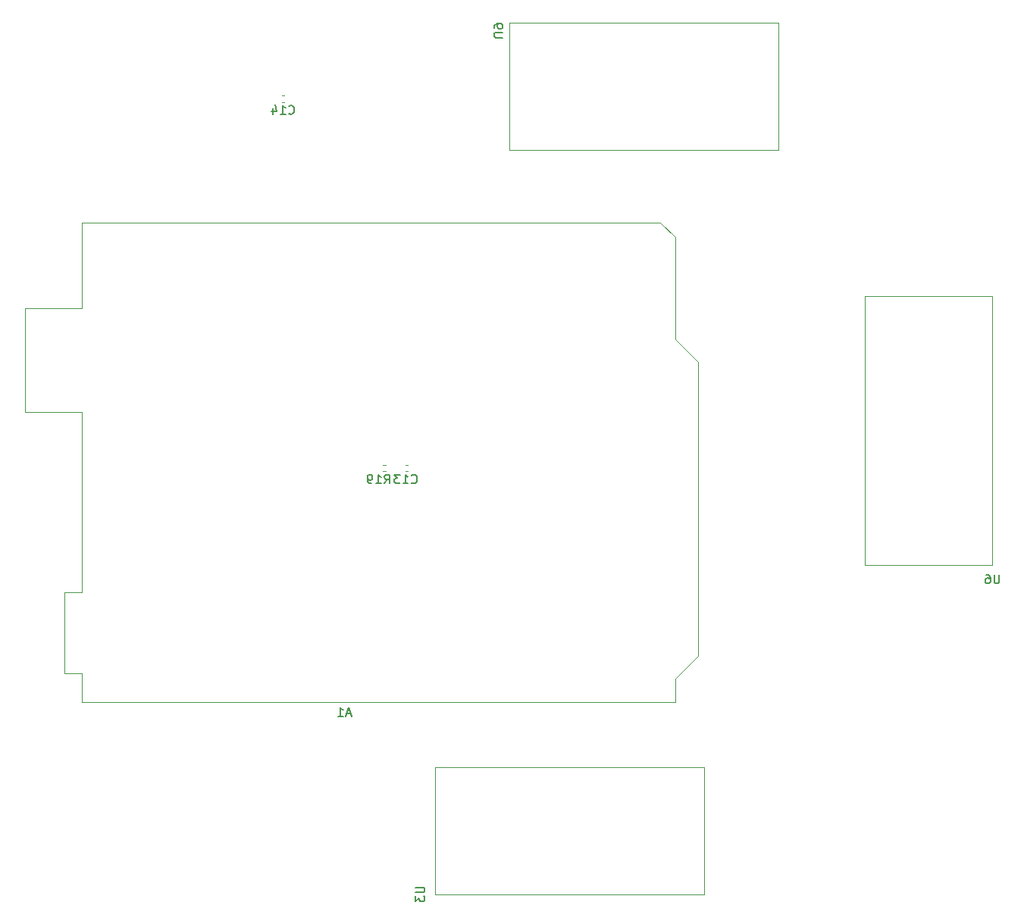
<source format=gbo>
%TF.GenerationSoftware,KiCad,Pcbnew,(5.1.9)-1*%
%TF.CreationDate,2022-08-01T09:46:19-03:00*%
%TF.ProjectId,PonteH,506f6e74-6548-42e6-9b69-6361645f7063,rev?*%
%TF.SameCoordinates,Original*%
%TF.FileFunction,Legend,Bot*%
%TF.FilePolarity,Positive*%
%FSLAX46Y46*%
G04 Gerber Fmt 4.6, Leading zero omitted, Abs format (unit mm)*
G04 Created by KiCad (PCBNEW (5.1.9)-1) date 2022-08-01 09:46:19*
%MOMM*%
%LPD*%
G01*
G04 APERTURE LIST*
%ADD10C,0.120000*%
%ADD11C,0.150000*%
G04 APERTURE END LIST*
D10*
%TO.C,R19*%
X76667379Y-93090000D02*
X77002621Y-93090000D01*
X76667379Y-92330000D02*
X77002621Y-92330000D01*
%TO.C,C14*%
X65656535Y-51795000D02*
X65424865Y-51795000D01*
X65656535Y-51075000D02*
X65424865Y-51075000D01*
%TO.C,C13*%
X79191665Y-92350000D02*
X79423335Y-92350000D01*
X79191665Y-93070000D02*
X79423335Y-93070000D01*
%TO.C,A1*%
X109350000Y-78355000D02*
X111890000Y-80895000D01*
X109350000Y-66925000D02*
X109350000Y-78355000D01*
X107700000Y-65275000D02*
X109350000Y-66925000D01*
X43050000Y-65275000D02*
X107700000Y-65275000D01*
X43050000Y-74805000D02*
X43050000Y-65275000D01*
X36700000Y-74805000D02*
X43050000Y-74805000D01*
X36700000Y-86485000D02*
X36700000Y-74805000D01*
X43050000Y-86485000D02*
X36700000Y-86485000D01*
X43050000Y-106555000D02*
X43050000Y-86485000D01*
X41150000Y-106555000D02*
X43050000Y-106555000D01*
X41150000Y-115695000D02*
X41150000Y-106555000D01*
X43050000Y-115695000D02*
X41150000Y-115695000D01*
X43050000Y-118875000D02*
X43050000Y-115695000D01*
X109350000Y-118875000D02*
X43050000Y-118875000D01*
X109350000Y-116205000D02*
X109350000Y-118875000D01*
X111890000Y-113665000D02*
X109350000Y-116205000D01*
X111890000Y-80895000D02*
X111890000Y-113665000D01*
%TO.C,U3*%
X82550000Y-126111000D02*
X82550000Y-140335000D01*
X112572800Y-126111000D02*
X82550000Y-126111000D01*
X112572800Y-140335000D02*
X112572800Y-126111000D01*
X82550000Y-140335000D02*
X112572800Y-140335000D01*
%TO.C,U6*%
X130556000Y-103505000D02*
X144780000Y-103505000D01*
X130556000Y-73482200D02*
X130556000Y-103505000D01*
X144780000Y-73482200D02*
X130556000Y-73482200D01*
X144780000Y-103505000D02*
X144780000Y-73482200D01*
%TO.C,U9*%
X90805000Y-42926000D02*
X90805000Y-57150000D01*
X120827800Y-42926000D02*
X90805000Y-42926000D01*
X120827800Y-57150000D02*
X120827800Y-42926000D01*
X90805000Y-57150000D02*
X120827800Y-57150000D01*
%TO.C,R19*%
D11*
X76842857Y-94432380D02*
X77176190Y-93956190D01*
X77414285Y-94432380D02*
X77414285Y-93432380D01*
X77033333Y-93432380D01*
X76938095Y-93480000D01*
X76890476Y-93527619D01*
X76842857Y-93622857D01*
X76842857Y-93765714D01*
X76890476Y-93860952D01*
X76938095Y-93908571D01*
X77033333Y-93956190D01*
X77414285Y-93956190D01*
X75890476Y-94432380D02*
X76461904Y-94432380D01*
X76176190Y-94432380D02*
X76176190Y-93432380D01*
X76271428Y-93575238D01*
X76366666Y-93670476D01*
X76461904Y-93718095D01*
X75414285Y-94432380D02*
X75223809Y-94432380D01*
X75128571Y-94384761D01*
X75080952Y-94337142D01*
X74985714Y-94194285D01*
X74938095Y-94003809D01*
X74938095Y-93622857D01*
X74985714Y-93527619D01*
X75033333Y-93480000D01*
X75128571Y-93432380D01*
X75319047Y-93432380D01*
X75414285Y-93480000D01*
X75461904Y-93527619D01*
X75509523Y-93622857D01*
X75509523Y-93860952D01*
X75461904Y-93956190D01*
X75414285Y-94003809D01*
X75319047Y-94051428D01*
X75128571Y-94051428D01*
X75033333Y-94003809D01*
X74985714Y-93956190D01*
X74938095Y-93860952D01*
%TO.C,C14*%
X66183557Y-53062142D02*
X66231176Y-53109761D01*
X66374033Y-53157380D01*
X66469271Y-53157380D01*
X66612128Y-53109761D01*
X66707366Y-53014523D01*
X66754985Y-52919285D01*
X66802604Y-52728809D01*
X66802604Y-52585952D01*
X66754985Y-52395476D01*
X66707366Y-52300238D01*
X66612128Y-52205000D01*
X66469271Y-52157380D01*
X66374033Y-52157380D01*
X66231176Y-52205000D01*
X66183557Y-52252619D01*
X65231176Y-53157380D02*
X65802604Y-53157380D01*
X65516890Y-53157380D02*
X65516890Y-52157380D01*
X65612128Y-52300238D01*
X65707366Y-52395476D01*
X65802604Y-52443095D01*
X64374033Y-52490714D02*
X64374033Y-53157380D01*
X64612128Y-52109761D02*
X64850223Y-52824047D01*
X64231176Y-52824047D01*
%TO.C,C13*%
X79882857Y-94337142D02*
X79930476Y-94384761D01*
X80073333Y-94432380D01*
X80168571Y-94432380D01*
X80311428Y-94384761D01*
X80406666Y-94289523D01*
X80454285Y-94194285D01*
X80501904Y-94003809D01*
X80501904Y-93860952D01*
X80454285Y-93670476D01*
X80406666Y-93575238D01*
X80311428Y-93480000D01*
X80168571Y-93432380D01*
X80073333Y-93432380D01*
X79930476Y-93480000D01*
X79882857Y-93527619D01*
X78930476Y-94432380D02*
X79501904Y-94432380D01*
X79216190Y-94432380D02*
X79216190Y-93432380D01*
X79311428Y-93575238D01*
X79406666Y-93670476D01*
X79501904Y-93718095D01*
X78597142Y-93432380D02*
X77978095Y-93432380D01*
X78311428Y-93813333D01*
X78168571Y-93813333D01*
X78073333Y-93860952D01*
X78025714Y-93908571D01*
X77978095Y-94003809D01*
X77978095Y-94241904D01*
X78025714Y-94337142D01*
X78073333Y-94384761D01*
X78168571Y-94432380D01*
X78454285Y-94432380D01*
X78549523Y-94384761D01*
X78597142Y-94337142D01*
%TO.C,A1*%
X73104285Y-120181666D02*
X72628095Y-120181666D01*
X73199523Y-120467380D02*
X72866190Y-119467380D01*
X72532857Y-120467380D01*
X71675714Y-120467380D02*
X72247142Y-120467380D01*
X71961428Y-120467380D02*
X71961428Y-119467380D01*
X72056666Y-119610238D01*
X72151904Y-119705476D01*
X72247142Y-119753095D01*
%TO.C,U3*%
X80351380Y-139573095D02*
X81160904Y-139573095D01*
X81256142Y-139620714D01*
X81303761Y-139668333D01*
X81351380Y-139763571D01*
X81351380Y-139954047D01*
X81303761Y-140049285D01*
X81256142Y-140096904D01*
X81160904Y-140144523D01*
X80351380Y-140144523D01*
X80351380Y-140525476D02*
X80351380Y-141144523D01*
X80732333Y-140811190D01*
X80732333Y-140954047D01*
X80779952Y-141049285D01*
X80827571Y-141096904D01*
X80922809Y-141144523D01*
X81160904Y-141144523D01*
X81256142Y-141096904D01*
X81303761Y-141049285D01*
X81351380Y-140954047D01*
X81351380Y-140668333D01*
X81303761Y-140573095D01*
X81256142Y-140525476D01*
%TO.C,U6*%
X145541904Y-104608380D02*
X145541904Y-105417904D01*
X145494285Y-105513142D01*
X145446666Y-105560761D01*
X145351428Y-105608380D01*
X145160952Y-105608380D01*
X145065714Y-105560761D01*
X145018095Y-105513142D01*
X144970476Y-105417904D01*
X144970476Y-104608380D01*
X144065714Y-104608380D02*
X144256190Y-104608380D01*
X144351428Y-104656000D01*
X144399047Y-104703619D01*
X144494285Y-104846476D01*
X144541904Y-105036952D01*
X144541904Y-105417904D01*
X144494285Y-105513142D01*
X144446666Y-105560761D01*
X144351428Y-105608380D01*
X144160952Y-105608380D01*
X144065714Y-105560761D01*
X144018095Y-105513142D01*
X143970476Y-105417904D01*
X143970476Y-105179809D01*
X144018095Y-105084571D01*
X144065714Y-105036952D01*
X144160952Y-104989333D01*
X144351428Y-104989333D01*
X144446666Y-105036952D01*
X144494285Y-105084571D01*
X144541904Y-105179809D01*
%TO.C,U9*%
X90082619Y-44576904D02*
X89273095Y-44576904D01*
X89177857Y-44529285D01*
X89130238Y-44481666D01*
X89082619Y-44386428D01*
X89082619Y-44195952D01*
X89130238Y-44100714D01*
X89177857Y-44053095D01*
X89273095Y-44005476D01*
X90082619Y-44005476D01*
X89082619Y-43481666D02*
X89082619Y-43291190D01*
X89130238Y-43195952D01*
X89177857Y-43148333D01*
X89320714Y-43053095D01*
X89511190Y-43005476D01*
X89892142Y-43005476D01*
X89987380Y-43053095D01*
X90035000Y-43100714D01*
X90082619Y-43195952D01*
X90082619Y-43386428D01*
X90035000Y-43481666D01*
X89987380Y-43529285D01*
X89892142Y-43576904D01*
X89654047Y-43576904D01*
X89558809Y-43529285D01*
X89511190Y-43481666D01*
X89463571Y-43386428D01*
X89463571Y-43195952D01*
X89511190Y-43100714D01*
X89558809Y-43053095D01*
X89654047Y-43005476D01*
%TD*%
M02*

</source>
